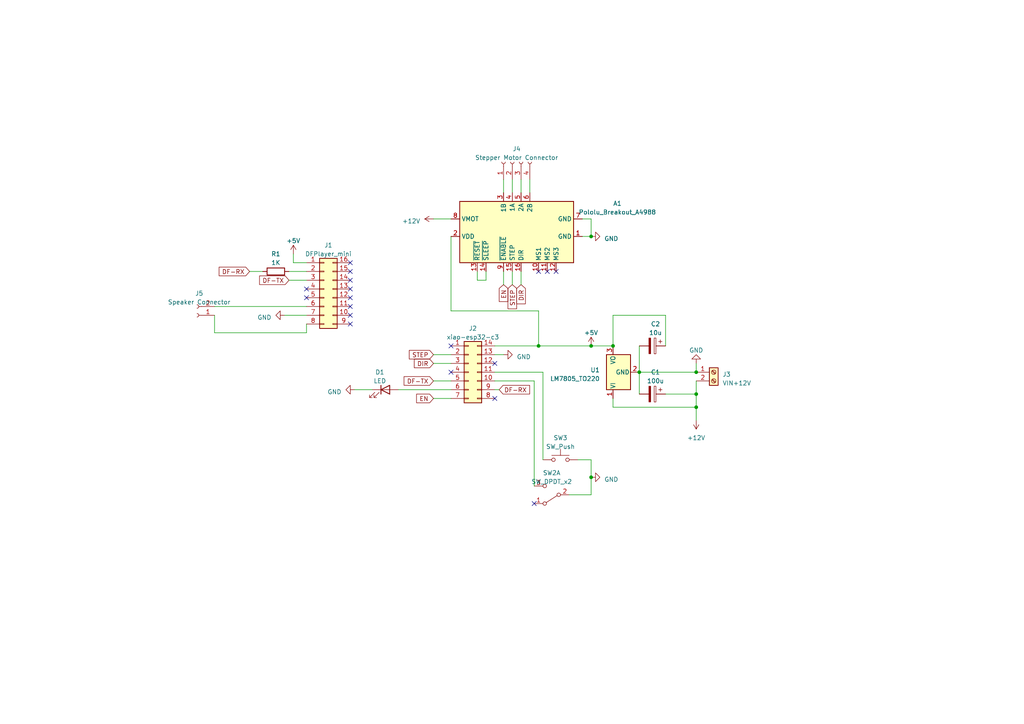
<source format=kicad_sch>
(kicad_sch (version 20230121) (generator eeschema)
  (paper "A4")
  (title_block (title "Volatile") (date "2023-09-21") (rev "0") (company "lan:~"))
  (lib_symbols
    (symbol "Connector:Conn_01x02_Socket" (pin_names (offset 1.016) hide)
      (property "Reference" "J" (at 0 2.54 0))
      (property "Value" "Conn_01x02_Socket" (at 0 -5.08 0))
      (symbol "Conn_01x02_Socket_1_1"
        (arc (start 0 -2.032) (mid -0.5058 -2.54) (end 0 -3.048) (stroke (width 0.1524)))
        (polyline (pts (xy -1.27 -2.54) (xy -0.508 -2.54)) (stroke (width 0.1524)))
        (polyline (pts (xy -1.27 0) (xy -0.508 0)) (stroke (width 0.1524)))
        (arc (start 0 0.508) (mid -0.5058 0) (end 0 -0.508) (stroke (width 0.1524)))
        (pin passive line (at -5.08 0 0) (length 3.81) (name "Pin_1") (number "1"))
        (pin passive line (at -5.08 -2.54 0) (length 3.81) (name "Pin_2") (number "2"))
      )
    )
    (symbol "Connector:Conn_01x04_Socket" (pin_names (offset 1.016) hide)
      (property "Reference" "J" (at 0 5.08 0))
      (property "Value" "Conn_01x04_Socket" (at 0 -7.62 0))
      (symbol "Conn_01x04_Socket_1_1"
        (arc (start 0 -4.572) (mid -0.5058 -5.08) (end 0 -5.588) (stroke (width 0.1524)))
        (arc (start 0 -2.032) (mid -0.5058 -2.54) (end 0 -3.048) (stroke (width 0.1524)))
        (polyline (pts (xy -1.27 -5.08) (xy -0.508 -5.08)) (stroke (width 0.1524)))
        (polyline (pts (xy -1.27 -2.54) (xy -0.508 -2.54)) (stroke (width 0.1524)))
        (polyline (pts (xy -1.27 0) (xy -0.508 0)) (stroke (width 0.1524)))
        (polyline (pts (xy -1.27 2.54) (xy -0.508 2.54)) (stroke (width 0.1524)))
        (arc (start 0 0.508) (mid -0.5058 0) (end 0 -0.508) (stroke (width 0.1524)))
        (arc (start 0 3.048) (mid -0.5058 2.54) (end 0 2.032) (stroke (width 0.1524)))
        (pin passive line (at -5.08 2.54 0) (length 3.81) (name "Pin_1") (number "1"))
        (pin passive line (at -5.08 0 0) (length 3.81) (name "Pin_2") (number "2"))
        (pin passive line (at -5.08 -2.54 0) (length 3.81) (name "Pin_3") (number "3"))
        (pin passive line (at -5.08 -5.08 0) (length 3.81) (name "Pin_4") (number "4"))
      )
    )
    (symbol "Connector:Screw_Terminal_01x02" (pin_names (offset 1.016) hide)
      (property "Reference" "J" (at 0 2.54 0))
      (property "Value" "Screw_Terminal_01x02" (at 0 -5.08 0))
      (symbol "Screw_Terminal_01x02_1_1"
        (rectangle (start -1.27 1.27) (end 1.27 -3.81) (stroke (width 0.254)) (fill (type background)))
        (circle (center 0 -2.54) (radius 0.635) (stroke (width 0.1524)))
        (polyline (pts (xy -0.5334 -2.2098) (xy 0.3302 -3.048)) (stroke (width 0.1524)))
        (polyline (pts (xy -0.5334 0.3302) (xy 0.3302 -0.508)) (stroke (width 0.1524)))
        (polyline (pts (xy -0.3556 -2.032) (xy 0.508 -2.8702)) (stroke (width 0.1524)))
        (polyline (pts (xy -0.3556 0.508) (xy 0.508 -0.3302)) (stroke (width 0.1524)))
        (circle (center 0 0) (radius 0.635) (stroke (width 0.1524)))
        (pin passive line (at -5.08 0 0) (length 3.81) (name "Pin_1") (number "1"))
        (pin passive line (at -5.08 -2.54 0) (length 3.81) (name "Pin_2") (number "2"))
      )
    )
    (symbol "Connector_Generic:Conn_02x07_Counter_Clockwise" (pin_names (offset 1.016) hide)
      (property "Reference" "J" (at 1.27 10.16 0))
      (property "Value" "Conn_02x07_Counter_Clockwise" (at 1.27 -10.16 0))
      (symbol "Conn_02x07_Counter_Clockwise_1_1"
        (rectangle (start -1.27 -7.493) (end 0 -7.747) (stroke (width 0.1524)))
        (rectangle (start -1.27 -4.953) (end 0 -5.207) (stroke (width 0.1524)))
        (rectangle (start -1.27 -2.413) (end 0 -2.667) (stroke (width 0.1524)))
        (rectangle (start -1.27 0.127) (end 0 -0.127) (stroke (width 0.1524)))
        (rectangle (start -1.27 2.667) (end 0 2.413) (stroke (width 0.1524)))
        (rectangle (start -1.27 5.207) (end 0 4.953) (stroke (width 0.1524)))
        (rectangle (start -1.27 7.747) (end 0 7.493) (stroke (width 0.1524)))
        (rectangle (start -1.27 8.89) (end 3.81 -8.89) (stroke (width 0.254)) (fill (type background)))
        (rectangle (start 3.81 -7.493) (end 2.54 -7.747) (stroke (width 0.1524)))
        (rectangle (start 3.81 -4.953) (end 2.54 -5.207) (stroke (width 0.1524)))
        (rectangle (start 3.81 -2.413) (end 2.54 -2.667) (stroke (width 0.1524)))
        (rectangle (start 3.81 0.127) (end 2.54 -0.127) (stroke (width 0.1524)))
        (rectangle (start 3.81 2.667) (end 2.54 2.413) (stroke (width 0.1524)))
        (rectangle (start 3.81 5.207) (end 2.54 4.953) (stroke (width 0.1524)))
        (rectangle (start 3.81 7.747) (end 2.54 7.493) (stroke (width 0.1524)))
        (pin passive line (at -5.08 7.62 0) (length 3.81) (name "Pin_1") (number "1"))
        (pin passive line (at 7.62 -2.54 180) (length 3.81) (name "Pin_10") (number "10"))
        (pin passive line (at 7.62 0 180) (length 3.81) (name "Pin_11") (number "11"))
        (pin passive line (at 7.62 2.54 180) (length 3.81) (name "Pin_12") (number "12"))
        (pin passive line (at 7.62 5.08 180) (length 3.81) (name "Pin_13") (number "13"))
        (pin passive line (at 7.62 7.62 180) (length 3.81) (name "Pin_14") (number "14"))
        (pin passive line (at -5.08 5.08 0) (length 3.81) (name "Pin_2") (number "2"))
        (pin passive line (at -5.08 2.54 0) (length 3.81) (name "Pin_3") (number "3"))
        (pin passive line (at -5.08 0 0) (length 3.81) (name "Pin_4") (number "4"))
        (pin passive line (at -5.08 -2.54 0) (length 3.81) (name "Pin_5") (number "5"))
        (pin passive line (at -5.08 -5.08 0) (length 3.81) (name "Pin_6") (number "6"))
        (pin passive line (at -5.08 -7.62 0) (length 3.81) (name "Pin_7") (number "7"))
        (pin passive line (at 7.62 -7.62 180) (length 3.81) (name "Pin_8") (number "8"))
        (pin passive line (at 7.62 -5.08 180) (length 3.81) (name "Pin_9") (number "9"))
      )
    )
    (symbol "Connector_Generic:Conn_02x08_Counter_Clockwise" (pin_names (offset 1.016) hide)
      (property "Reference" "J" (at 1.27 10.16 0))
      (property "Value" "Conn_02x08_Counter_Clockwise" (at 1.27 -12.7 0))
      (symbol "Conn_02x08_Counter_Clockwise_1_1"
        (rectangle (start -1.27 -10.033) (end 0 -10.287) (stroke (width 0.1524)))
        (rectangle (start -1.27 -7.493) (end 0 -7.747) (stroke (width 0.1524)))
        (rectangle (start -1.27 -4.953) (end 0 -5.207) (stroke (width 0.1524)))
        (rectangle (start -1.27 -2.413) (end 0 -2.667) (stroke (width 0.1524)))
        (rectangle (start -1.27 0.127) (end 0 -0.127) (stroke (width 0.1524)))
        (rectangle (start -1.27 2.667) (end 0 2.413) (stroke (width 0.1524)))
        (rectangle (start -1.27 5.207) (end 0 4.953) (stroke (width 0.1524)))
        (rectangle (start -1.27 7.747) (end 0 7.493) (stroke (width 0.1524)))
        (rectangle (start -1.27 8.89) (end 3.81 -11.43) (stroke (width 0.254)) (fill (type background)))
        (rectangle (start 3.81 -10.033) (end 2.54 -10.287) (stroke (width 0.1524)))
        (rectangle (start 3.81 -7.493) (end 2.54 -7.747) (stroke (width 0.1524)))
        (rectangle (start 3.81 -4.953) (end 2.54 -5.207) (stroke (width 0.1524)))
        (rectangle (start 3.81 -2.413) (end 2.54 -2.667) (stroke (width 0.1524)))
        (rectangle (start 3.81 0.127) (end 2.54 -0.127) (stroke (width 0.1524)))
        (rectangle (start 3.81 2.667) (end 2.54 2.413) (stroke (width 0.1524)))
        (rectangle (start 3.81 5.207) (end 2.54 4.953) (stroke (width 0.1524)))
        (rectangle (start 3.81 7.747) (end 2.54 7.493) (stroke (width 0.1524)))
        (pin passive line (at -5.08 7.62 0) (length 3.81) (name "Pin_1") (number "1"))
        (pin passive line (at 7.62 -7.62 180) (length 3.81) (name "Pin_10") (number "10"))
        (pin passive line (at 7.62 -5.08 180) (length 3.81) (name "Pin_11") (number "11"))
        (pin passive line (at 7.62 -2.54 180) (length 3.81) (name "Pin_12") (number "12"))
        (pin passive line (at 7.62 0 180) (length 3.81) (name "Pin_13") (number "13"))
        (pin passive line (at 7.62 2.54 180) (length 3.81) (name "Pin_14") (number "14"))
        (pin passive line (at 7.62 5.08 180) (length 3.81) (name "Pin_15") (number "15"))
        (pin passive line (at 7.62 7.62 180) (length 3.81) (name "Pin_16") (number "16"))
        (pin passive line (at -5.08 5.08 0) (length 3.81) (name "Pin_2") (number "2"))
        (pin passive line (at -5.08 2.54 0) (length 3.81) (name "Pin_3") (number "3"))
        (pin passive line (at -5.08 0 0) (length 3.81) (name "Pin_4") (number "4"))
        (pin passive line (at -5.08 -2.54 0) (length 3.81) (name "Pin_5") (number "5"))
        (pin passive line (at -5.08 -5.08 0) (length 3.81) (name "Pin_6") (number "6"))
        (pin passive line (at -5.08 -7.62 0) (length 3.81) (name "Pin_7") (number "7"))
        (pin passive line (at -5.08 -10.16 0) (length 3.81) (name "Pin_8") (number "8"))
        (pin passive line (at 7.62 -10.16 180) (length 3.81) (name "Pin_9") (number "9"))
      )
    )
    (symbol "Device:C_Polarized" (pin_numbers hide) (pin_names (offset 0.254))
      (property "Reference" "C" (at 0.635 2.54 0))
      (property "Value" "C_Polarized" (at 0.635 -2.54 0))
      (symbol "C_Polarized_0_1"
        (rectangle (start -2.286 0.508) (end 2.286 1.016))
        (polyline (pts (xy -1.778 2.286) (xy -0.762 2.286)))
        (polyline (pts (xy -1.27 2.794) (xy -1.27 1.778)))
        (rectangle (start 2.286 -0.508) (end -2.286 -1.016) (fill (type outline)))
      )
      (symbol "C_Polarized_1_1"
        (pin passive line (at 0 3.81 270) (length 2.794) (name "~") (number "1"))
        (pin passive line (at 0 -3.81 90) (length 2.794) (name "~") (number "2"))
      )
    )
    (symbol "Device:LED" (pin_numbers hide) (pin_names (offset 1.016) hide)
      (property "Reference" "D" (at 0 2.54 0))
      (property "Value" "LED" (at 0 -2.54 0))
      (symbol "LED_0_1"
        (polyline (pts (xy -1.27 -1.27) (xy -1.27 1.27)) (stroke (width 0.254)))
        (polyline (pts (xy -1.27 0) (xy 1.27 0)))
        (polyline (pts (xy 1.27 -1.27) (xy 1.27 1.27) (xy -1.27 0) (xy 1.27 -1.27)) (stroke (width 0.254)))
        (polyline (pts (xy -3.048 -0.762) (xy -4.572 -2.286) (xy -3.81 -2.286) (xy -4.572 -2.286) (xy -4.572 -1.524)))
        (polyline (pts (xy -1.778 -0.762) (xy -3.302 -2.286) (xy -2.54 -2.286) (xy -3.302 -2.286) (xy -3.302 -1.524)))
      )
      (symbol "LED_1_1"
        (pin passive line (at -3.81 0 0) (length 2.54) (name "K") (number "1"))
        (pin passive line (at 3.81 0 180) (length 2.54) (name "A") (number "2"))
      )
    )
    (symbol "Device:R" (pin_numbers hide) (pin_names (offset 0))
      (property "Reference" "R" (at 2.032 0 90))
      (property "Value" "R" (at 0 0 90))
      (symbol "R_0_1"
        (rectangle (start -1.016 -2.54) (end 1.016 2.54) (stroke (width 0.254)))
      )
      (symbol "R_1_1"
        (pin passive line (at 0 3.81 270) (length 1.27) (name "~") (number "1"))
        (pin passive line (at 0 -3.81 90) (length 1.27) (name "~") (number "2"))
      )
    )
    (symbol "Driver_Motor:Pololu_Breakout_A4988"
      (property "Reference" "A" (at -2.54 19.05 0))
      (property "Value" "Pololu_Breakout_A4988" (at -2.54 16.51 0))
      (symbol "Pololu_Breakout_A4988_0_1"
        (rectangle (start 10.16 -17.78) (end -7.62 15.24) (stroke (width 0.254)) (fill (type background)))
      )
      (symbol "Pololu_Breakout_A4988_1_1"
        (pin power_in line (at 0 -20.32 90) (length 2.54) (name "GND") (number "1"))
        (pin input line (at -10.16 -7.62 0) (length 2.54) (name "MS1") (number "10"))
        (pin input line (at -10.16 -10.16 0) (length 2.54) (name "MS2") (number "11"))
        (pin input line (at -10.16 -12.7 0) (length 2.54) (name "MS3") (number "12"))
        (pin input line (at -10.16 10.16 0) (length 2.54) (name "~{RESET}") (number "13"))
        (pin input line (at -10.16 7.62 0) (length 2.54) (name "~{SLEEP}") (number "14"))
        (pin input line (at -10.16 0 0) (length 2.54) (name "STEP") (number "15"))
        (pin input line (at -10.16 -2.54 0) (length 2.54) (name "DIR") (number "16"))
        (pin power_in line (at 0 17.78 270) (length 2.54) (name "VDD") (number "2"))
        (pin output line (at 12.7 2.54 180) (length 2.54) (name "1B") (number "3"))
        (pin output line (at 12.7 0 180) (length 2.54) (name "1A") (number "4"))
        (pin output line (at 12.7 -2.54 180) (length 2.54) (name "2A") (number "5"))
        (pin output line (at 12.7 -5.08 180) (length 2.54) (name "2B") (number "6"))
        (pin power_in line (at 5.08 -20.32 90) (length 2.54) (name "GND") (number "7"))
        (pin power_in line (at 5.08 17.78 270) (length 2.54) (name "VMOT") (number "8"))
        (pin input line (at -10.16 2.54 0) (length 2.54) (name "~{ENABLE}") (number "9"))
      )
    )
    (symbol "Regulator_Linear:LM7805_TO220" (pin_names (offset 0.254))
      (property "Reference" "U" (at -3.81 3.175 0))
      (property "Value" "LM7805_TO220" (at 0 3.175 0))
      (symbol "LM7805_TO220_0_1"
        (rectangle (start -5.08 1.905) (end 5.08 -5.08) (stroke (width 0.254)) (fill (type background)))
      )
      (symbol "LM7805_TO220_1_1"
        (pin power_in line (at -7.62 0 0) (length 2.54) (name "VI") (number "1"))
        (pin power_in line (at 0 -7.62 90) (length 2.54) (name "GND") (number "2"))
        (pin power_out line (at 7.62 0 180) (length 2.54) (name "VO") (number "3"))
      )
    )
    (symbol "Switch:SW_DPDT_x2" (pin_names (offset 0) hide)
      (property "Reference" "SW" (at 0 4.318 0))
      (property "Value" "SW_DPDT_x2" (at 0 -5.08 0))
      (symbol "SW_DPDT_x2_0_0"
        (circle (center -2.032 0) (radius 0.508))
        (circle (center 2.032 -2.54) (radius 0.508))
      )
      (symbol "SW_DPDT_x2_0_1"
        (polyline (pts (xy -1.524 0.254) (xy 1.651 2.286)))
        (circle (center 2.032 2.54) (radius 0.508))
      )
      (symbol "SW_DPDT_x2_1_1"
        (pin passive line (at 5.08 2.54 180) (length 2.54) (name "A") (number "1"))
        (pin passive line (at -5.08 0 0) (length 2.54) (name "B") (number "2"))
        (pin passive line (at 5.08 -2.54 180) (length 2.54) (name "C") (number "3"))
      )
      (symbol "SW_DPDT_x2_2_1"
        (pin passive line (at 5.08 2.54 180) (length 2.54) (name "A") (number "4"))
        (pin passive line (at -5.08 0 0) (length 2.54) (name "B") (number "5"))
        (pin passive line (at 5.08 -2.54 180) (length 2.54) (name "C") (number "6"))
      )
    )
    (symbol "Switch:SW_Push" (pin_numbers hide) (pin_names (offset 1.016) hide)
      (property "Reference" "SW" (at 1.27 2.54 0))
      (property "Value" "SW_Push" (at 0 -1.524 0))
      (symbol "SW_Push_0_1"
        (circle (center -2.032 0) (radius 0.508))
        (polyline (pts (xy 0 1.27) (xy 0 3.048)))
        (polyline (pts (xy 2.54 1.27) (xy -2.54 1.27)))
        (circle (center 2.032 0) (radius 0.508))
        (pin passive line (at -5.08 0 0) (length 2.54) (name "1") (number "1"))
        (pin passive line (at 5.08 0 180) (length 2.54) (name "2") (number "2"))
      )
    )
    (symbol "power:+12V" (power) (pin_names (offset 0))
      (property "Value" "+12V" (at 0 3.556 0))
      (symbol "+12V_0_1"
        (polyline (pts (xy -0.762 1.27) (xy 0 2.54)))
        (polyline (pts (xy 0 0) (xy 0 2.54)))
        (polyline (pts (xy 0 2.54) (xy 0.762 1.27)))
      )
      (symbol "+12V_1_1"
        (pin power_in line (at 0 0 90) (length 0) hide (name "+12V") (number "1"))
      )
    )
    (symbol "power:+5V" (power) (pin_names (offset 0))
      (property "Value" "+5V" (at 0 3.556 0))
      (symbol "+5V_0_1"
        (polyline (pts (xy -0.762 1.27) (xy 0 2.54)))
        (polyline (pts (xy 0 0) (xy 0 2.54)))
        (polyline (pts (xy 0 2.54) (xy 0.762 1.27)))
      )
      (symbol "+5V_1_1"
        (pin power_in line (at 0 0 90) (length 0) hide (name "+5V") (number "1"))
      )
    )
    (symbol "power:GND" (power) (pin_names (offset 0))
      (property "Value" "GND" (at 0 -3.81 0))
      (symbol "GND_0_1"
        (polyline (pts (xy 0 0) (xy 0 -1.27) (xy 1.27 -1.27) (xy 0 -2.54) (xy -1.27 -1.27) (xy 0 -1.27)))
      )
      (symbol "GND_1_1"
        (pin power_in line (at 0 0 270) (length 0) hide (name "GND") (number "1"))
      )
    )
  )
  (junction (at 201.93 114.3))
  (junction (at 201.93 118.11))
  (junction (at 177.8 100.33))
  (junction (at 171.45 138.43))
  (junction (at 185.42 107.95))
  (junction (at 201.93 107.95))
  (junction (at 171.45 100.33))
  (junction (at 156.21 100.33))
  (junction (at 171.45 68.58))
  (no_connect (at 161.29 78.74))
  (no_connect (at 130.81 100.33))
  (no_connect (at 130.81 107.95))
  (no_connect (at 101.6 88.9))
  (no_connect (at 101.6 81.28))
  (no_connect (at 158.75 78.74))
  (no_connect (at 101.6 83.82))
  (no_connect (at 143.51 105.41))
  (no_connect (at 156.21 78.74))
  (no_connect (at 88.9 86.36))
  (no_connect (at 88.9 83.82))
  (no_connect (at 101.6 93.98))
  (no_connect (at 101.6 86.36))
  (no_connect (at 101.6 91.44))
  (no_connect (at 154.94 146.05))
  (no_connect (at 101.6 76.2))
  (no_connect (at 101.6 78.74))
  (no_connect (at 143.51 115.57))
  (wire (pts (xy 177.8 115.57) (xy 177.8 118.11)))
  (wire (pts (xy 168.91 68.58) (xy 171.45 68.58)))
  (wire (pts (xy 143.51 113.03) (xy 144.78 113.03)))
  (wire (pts (xy 167.64 133.35) (xy 171.45 133.35)))
  (wire (pts (xy 62.23 96.52) (xy 88.9 96.52)))
  (wire (pts (xy 130.81 90.17) (xy 156.21 90.17)))
  (wire (pts (xy 193.04 100.33) (xy 193.04 91.44)))
  (wire (pts (xy 157.48 107.95) (xy 143.51 107.95)))
  (wire (pts (xy 83.82 81.28) (xy 88.9 81.28)))
  (wire (pts (xy 83.82 78.74) (xy 88.9 78.74)))
  (wire (pts (xy 201.93 114.3) (xy 193.04 114.3)))
  (wire (pts (xy 153.67 52.07) (xy 153.67 55.88)))
  (wire (pts (xy 85.09 76.2) (xy 85.09 73.66)))
  (wire (pts (xy 140.97 81.28) (xy 140.97 78.74)))
  (wire (pts (xy 193.04 91.44) (xy 177.8 91.44)))
  (wire (pts (xy 125.73 105.41) (xy 130.81 105.41)))
  (wire (pts (xy 62.23 91.44) (xy 62.23 96.52)))
  (wire (pts (xy 156.21 90.17) (xy 156.21 100.33)))
  (wire (pts (xy 82.55 91.44) (xy 88.9 91.44)))
  (wire (pts (xy 130.81 68.58) (xy 130.81 90.17)))
  (wire (pts (xy 62.23 88.9) (xy 88.9 88.9)))
  (wire (pts (xy 154.94 110.49) (xy 154.94 140.97)))
  (wire (pts (xy 171.45 63.5) (xy 171.45 68.58)))
  (wire (pts (xy 146.05 78.74) (xy 146.05 82.55)))
  (wire (pts (xy 177.8 91.44) (xy 177.8 100.33)))
  (wire (pts (xy 151.13 52.07) (xy 151.13 55.88)))
  (wire (pts (xy 115.57 113.03) (xy 130.81 113.03)))
  (wire (pts (xy 125.73 63.5) (xy 130.81 63.5)))
  (wire (pts (xy 171.45 138.43) (xy 171.45 143.51)))
  (wire (pts (xy 148.59 52.07) (xy 148.59 55.88)))
  (wire (pts (xy 157.48 107.95) (xy 157.48 133.35)))
  (wire (pts (xy 201.93 118.11) (xy 201.93 114.3)))
  (wire (pts (xy 138.43 78.74) (xy 138.43 81.28)))
  (wire (pts (xy 138.43 81.28) (xy 140.97 81.28)))
  (wire (pts (xy 154.94 110.49) (xy 143.51 110.49)))
  (wire (pts (xy 146.05 52.07) (xy 146.05 55.88)))
  (wire (pts (xy 151.13 78.74) (xy 151.13 82.55)))
  (wire (pts (xy 168.91 63.5) (xy 171.45 63.5)))
  (wire (pts (xy 125.73 102.87) (xy 130.81 102.87)))
  (wire (pts (xy 165.1 143.51) (xy 171.45 143.51)))
  (wire (pts (xy 171.45 100.33) (xy 177.8 100.33)))
  (wire (pts (xy 125.73 110.49) (xy 130.81 110.49)))
  (wire (pts (xy 143.51 100.33) (xy 156.21 100.33)))
  (wire (pts (xy 177.8 118.11) (xy 201.93 118.11)))
  (wire (pts (xy 185.42 100.33) (xy 185.42 107.95)))
  (wire (pts (xy 72.39 78.74) (xy 76.2 78.74)))
  (wire (pts (xy 171.45 133.35) (xy 171.45 138.43)))
  (wire (pts (xy 201.93 118.11) (xy 201.93 121.92)))
  (wire (pts (xy 185.42 107.95) (xy 201.93 107.95)))
  (wire (pts (xy 125.73 115.57) (xy 130.81 115.57)))
  (wire (pts (xy 102.87 113.03) (xy 107.95 113.03)))
  (wire (pts (xy 201.93 105.41) (xy 201.93 107.95)))
  (wire (pts (xy 88.9 76.2) (xy 85.09 76.2)))
  (wire (pts (xy 156.21 100.33) (xy 171.45 100.33)))
  (wire (pts (xy 88.9 96.52) (xy 88.9 93.98)))
  (wire (pts (xy 201.93 110.49) (xy 201.93 114.3)))
  (wire (pts (xy 185.42 107.95) (xy 185.42 114.3)))
  (wire (pts (xy 148.59 78.74) (xy 148.59 82.55)))
  (wire (pts (xy 143.51 102.87) (xy 146.05 102.87)))
  (global_label "DIR" (shape input) (at 151.13 82.55 270) (property "Intersheetrefs" "${INTERSHEET_REFS}" (effects hide)))
  (global_label "DIR" (shape input) (at 125.73 105.41 180) (property "Intersheetrefs" "${INTERSHEET_REFS}" (effects hide)))
  (global_label "DF-TX" (shape input) (at 83.82 81.28 180) (property "Intersheetrefs" "${INTERSHEET_REFS}" (effects hide)))
  (global_label "STEP" (shape input) (at 125.73 102.87 180) (property "Intersheetrefs" "${INTERSHEET_REFS}" (effects hide)))
  (global_label "DF-RX" (shape input) (at 72.39 78.74 180) (property "Intersheetrefs" "${INTERSHEET_REFS}" (effects hide)))
  (global_label "EN" (shape input) (at 125.73 115.57 180) (property "Intersheetrefs" "${INTERSHEET_REFS}" (effects hide)))
  (global_label "EN" (shape input) (at 146.05 82.55 270) (property "Intersheetrefs" "${INTERSHEET_REFS}" (effects hide)))
  (global_label "DF-RX" (shape input) (at 144.78 113.03 0) (property "Intersheetrefs" "${INTERSHEET_REFS}" (effects hide)))
  (global_label "STEP" (shape input) (at 148.59 82.55 270) (property "Intersheetrefs" "${INTERSHEET_REFS}" (effects hide)))
  (global_label "DF-TX" (shape input) (at 125.73 110.49 180) (property "Intersheetrefs" "${INTERSHEET_REFS}" (effects hide)))
  (symbol (lib_id "power:GND") (at 171.45 138.43 90) (unit 1)
    (property "Reference" "#PWR08" (effects hide))
    (property "Value" "GND" (at 175.26 139.065 90) (effects (justify right)))
  )
  (symbol (lib_id "Driver_Motor:Pololu_Breakout_A4988") (at 148.59 68.58 90) (unit 1)
    (property "Reference" "A1" (at 179.07 59.0041 90))
    (property "Value" "Pololu_Breakout_A4988" (at 179.07 61.5441 90))
    (property "Footprint" "Module:Pololu_Breakout-16_15.2x20.3mm" (effects hide))
    (property "Datasheet" "https://www.pololu.com/product/2980/pictures" (effects hide))
  )
  (symbol (lib_id "power:GND") (at 201.93 105.41 180) (unit 1)
    (property "Reference" "#PWR02" (effects hide))
    (property "Value" "GND" (at 201.93 101.6 0))
  )
  (symbol (lib_id "Connector_Generic:Conn_02x08_Counter_Clockwise") (at 93.98 83.82 0) (unit 1)
    (property "Reference" "J1" (at 95.25 71.12 0))
    (property "Value" "DFPlayer_mini" (at 95.25 73.66 0))
    (property "Datasheet" "https://wiki.dfrobot.com/DFPlayer_Mini_SKU_DFR0299" (effects hide))
  )
  (symbol (lib_id "Switch:SW_DPDT_x2") (at 160.02 143.51 180) (unit 1)
    (property "Reference" "SW2" (at 160.02 137.16 0))
    (property "Value" "SW_DPDT_x2" (at 160.02 139.7 0))
  )
  (symbol (lib_id "power:GND") (at 171.45 68.58 90) (unit 1)
    (property "Reference" "#PWR04" (effects hide))
    (property "Value" "GND" (at 175.26 69.215 90) (effects (justify right)))
  )
  (symbol (lib_id "Device:LED") (at 111.76 113.03 0) (unit 1)
    (property "Reference" "D1" (at 110.1725 107.95 0))
    (property "Value" "LED" (at 110.1725 110.49 0))
  )
  (symbol (lib_id "Connector:Conn_01x04_Socket") (at 148.59 46.99 90) (unit 1)
    (property "Reference" "J4" (at 149.86 43.18 90))
    (property "Value" "Stepper Motor Connector" (at 149.86 45.72 90))
  )
  (symbol (lib_id "power:+5V") (at 85.09 73.66 0) (unit 1)
    (property "Reference" "#PWR010" (effects hide))
    (property "Value" "+5V" (at 85.09 69.85 0))
  )
  (symbol (lib_id "Device:C_Polarized") (at 189.23 100.33 270) (unit 1)
    (property "Reference" "C2" (at 190.119 93.98 90))
    (property "Value" "10u" (at 190.119 96.52 90))
  )
  (symbol (lib_id "Connector:Conn_01x02_Socket") (at 57.15 91.44 180) (unit 1)
    (property "Reference" "J5" (at 57.785 85.09 0))
    (property "Value" "Speaker Connector" (at 57.785 87.63 0))
  )
  (symbol (lib_id "power:+5V") (at 171.45 100.33 0) (unit 1)
    (property "Reference" "#PWR09" (effects hide))
    (property "Value" "+5V" (at 171.45 96.52 0))
  )
  (symbol (lib_id "power:+12V") (at 201.93 121.92 180) (unit 1)
    (property "Reference" "#PWR03" (effects hide))
    (property "Value" "+12V" (at 201.93 127 0))
  )
  (symbol (lib_id "power:GND") (at 146.05 102.87 90) (unit 1)
    (property "Reference" "#PWR01" (effects hide))
    (property "Value" "GND" (at 149.86 103.505 90) (effects (justify right)))
  )
  (symbol (lib_id "power:GND") (at 82.55 91.44 270) (unit 1)
    (property "Reference" "#PWR07" (effects hide))
    (property "Value" "GND" (at 78.74 92.075 90) (effects (justify right)))
  )
  (symbol (lib_id "Connector_Generic:Conn_02x07_Counter_Clockwise") (at 135.89 107.95 0) (unit 1)
    (property "Reference" "J2" (at 137.16 95.25 0))
    (property "Value" "xiao-esp32-c3" (at 137.16 97.79 0))
    (property "Datasheet" "https://wiki.seeedstudio.com/XIAO_ESP32C3_Getting_Started/" (effects hide))
  )
  (symbol (lib_id "Device:C_Polarized") (at 189.23 114.3 270) (unit 1)
    (property "Reference" "C1" (at 190.119 107.95 90))
    (property "Value" "100u" (at 190.119 110.49 90))
  )
  (symbol (lib_id "power:+12V") (at 125.73 63.5 90) (unit 1)
    (property "Reference" "#PWR05" (effects hide))
    (property "Value" "+12V" (at 121.92 64.135 90) (effects (justify left)))
  )
  (symbol (lib_id "Device:R") (at 80.01 78.74 90) (unit 1)
    (property "Reference" "R1" (at 80.01 73.66 90))
    (property "Value" "1K" (at 80.01 76.2 90))
  )
  (symbol (lib_id "Connector:Screw_Terminal_01x02") (at 207.01 107.95 0) (unit 1)
    (property "Reference" "J3" (at 209.55 108.585 0) (effects (justify left)))
    (property "Value" "VIN+12V" (at 209.55 111.125 0) (effects (justify left)))
  )
  (symbol (lib_id "Switch:SW_Push") (at 162.56 133.35 0) (unit 1)
    (property "Reference" "SW3" (at 162.56 127 0))
    (property "Value" "SW_Push" (at 162.56 129.54 0))
  )
  (symbol (lib_id "Regulator_Linear:LM7805_TO220") (at 177.8 107.95 90) (unit 1)
    (property "Reference" "U1" (at 173.99 107.315 90) (effects (justify left)))
    (property "Value" "LM7805_TO220" (at 173.99 109.855 90) (effects (justify left)))
    (property "Footprint" "Package_TO_SOT_THT:TO-220-3_Vertical" (effects hide))
    (property "Datasheet" "https://www.onsemi.cn/PowerSolutions/document/MC7800-D.PDF" (effects hide))
  )
  (symbol (lib_id "power:GND") (at 102.87 113.03 270) (unit 1)
    (property "Reference" "#PWR06" (effects hide))
    (property "Value" "GND" (at 99.06 113.665 90) (effects (justify right)))
  )
)
</source>
